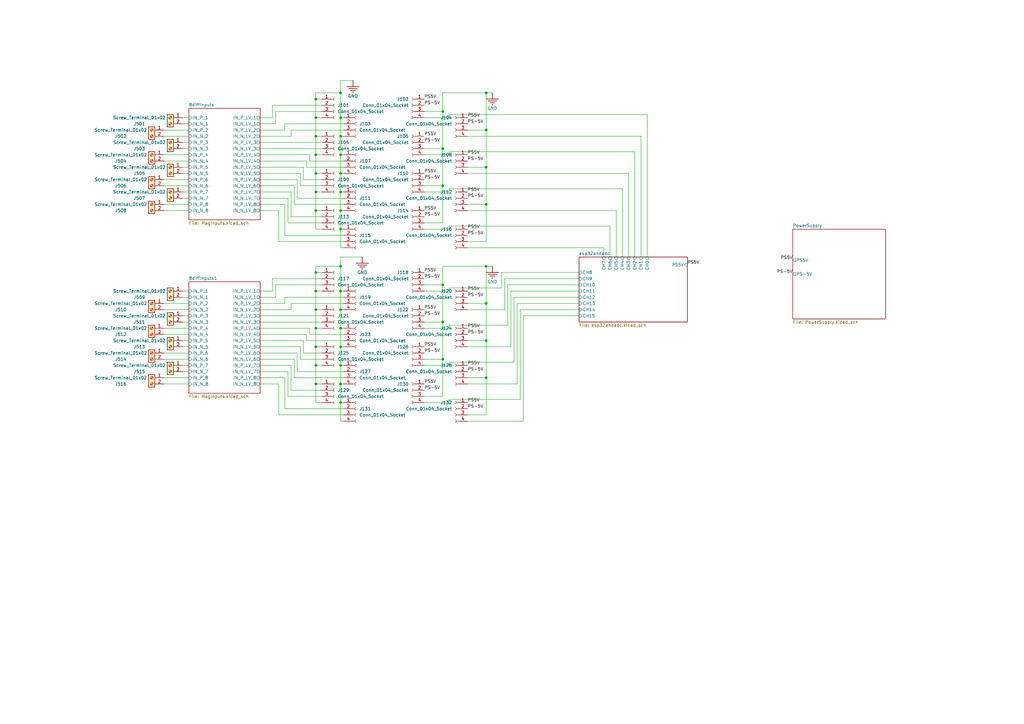
<source format=kicad_sch>
(kicad_sch (version 20231120) (generator "eeschema") (generator_version "8.0")
  (paper "A3")
  (lib_symbols
    (symbol "Connector:Conn_01x04_Socket" (pin_names (offset 1.016) hide)
      (property "Reference" "J" (at 0 5.08 0))
      (property "Value" "Conn_01x04_Socket" (at 0 -7.62 0))
      (symbol "Conn_01x04_Socket_1_1"
        (arc (start 0 -4.572) (mid -0.5058 -5.08) (end 0 -5.588) (stroke (width 0.1524)))
        (arc (start 0 -2.032) (mid -0.5058 -2.54) (end 0 -3.048) (stroke (width 0.1524)))
        (polyline (pts (xy -1.27 -5.08) (xy -0.508 -5.08)) (stroke (width 0.1524)))
        (polyline (pts (xy -1.27 -2.54) (xy -0.508 -2.54)) (stroke (width 0.1524)))
        (polyline (pts (xy -1.27 0) (xy -0.508 0)) (stroke (width 0.1524)))
        (polyline (pts (xy -1.27 2.54) (xy -0.508 2.54)) (stroke (width 0.1524)))
        (arc (start 0 0.508) (mid -0.5058 0) (end 0 -0.508) (stroke (width 0.1524)))
        (arc (start 0 3.048) (mid -0.5058 2.54) (end 0 2.032) (stroke (width 0.1524)))
        (pin passive line (at -5.08 2.54 0) (length 3.81) (name "Pin_1") (number "1"))
        (pin passive line (at -5.08 0 0) (length 3.81) (name "Pin_2") (number "2"))
        (pin passive line (at -5.08 -2.54 0) (length 3.81) (name "Pin_3") (number "3"))
        (pin passive line (at -5.08 -5.08 0) (length 3.81) (name "Pin_4") (number "4"))
      )
    )
    (symbol "Connector:Screw_Terminal_01x02" (pin_names (offset 1.016) hide)
      (property "Reference" "J" (at 0 2.54 0))
      (property "Value" "Screw_Terminal_01x02" (at 0 -5.08 0))
      (symbol "Screw_Terminal_01x02_1_1"
        (rectangle (start -1.27 1.27) (end 1.27 -3.81) (stroke (width 0.254)) (fill (type background)))
        (circle (center 0 -2.54) (radius 0.635) (stroke (width 0.1524)))
        (polyline (pts (xy -0.5334 -2.2098) (xy 0.3302 -3.048)) (stroke (width 0.1524)))
        (polyline (pts (xy -0.5334 0.3302) (xy 0.3302 -0.508)) (stroke (width 0.1524)))
        (polyline (pts (xy -0.3556 -2.032) (xy 0.508 -2.8702)) (stroke (width 0.1524)))
        (polyline (pts (xy -0.3556 0.508) (xy 0.508 -0.3302)) (stroke (width 0.1524)))
        (circle (center 0 0) (radius 0.635) (stroke (width 0.1524)))
        (pin passive line (at -5.08 0 0) (length 3.81) (name "Pin_1") (number "1"))
        (pin passive line (at -5.08 -2.54 0) (length 3.81) (name "Pin_2") (number "2"))
      )
    )
    (symbol "DifferentialProbe-altium-import:GND" (power)
      (property "Reference" "#PWR" (at 0 0 0))
      (property "Value" "GND" (at 0 6.35 0))
      (symbol "GND_0_0"
        (polyline (pts (xy -2.54 -2.54) (xy 2.54 -2.54)) (stroke (width 0.254)))
        (polyline (pts (xy -1.778 -3.302) (xy 1.778 -3.302)) (stroke (width 0.254)))
        (polyline (pts (xy -1.016 -4.064) (xy 1.016 -4.064)) (stroke (width 0.254)))
        (polyline (pts (xy -0.254 -4.826) (xy 0.254 -4.826)) (stroke (width 0.254)))
        (polyline (pts (xy 0 0) (xy 0 -2.54)) (stroke (width 0.254)))
        (pin power_in line (at 0 0 0) (length 0) hide (name "GND") (number ""))
      )
    )
  )
  (junction (at 181.61 60.96))
  (junction (at 129.54 78.74))
  (junction (at 129.54 71.12))
  (junction (at 139.7 38.1))
  (junction (at 199.39 68.58))
  (junction (at 129.54 111.76))
  (junction (at 181.61 132.08))
  (junction (at 139.7 48.26))
  (junction (at 129.54 63.5))
  (junction (at 139.7 86.36))
  (junction (at 139.7 93.98))
  (junction (at 199.39 124.46))
  (junction (at 139.7 134.62))
  (junction (at 199.39 139.7))
  (junction (at 139.7 157.48))
  (junction (at 129.54 119.38))
  (junction (at 199.39 83.82))
  (junction (at 129.54 86.36))
  (junction (at 139.7 149.86))
  (junction (at 139.7 71.12))
  (junction (at 199.39 38.1))
  (junction (at 129.54 55.88))
  (junction (at 139.7 127))
  (junction (at 199.39 154.94))
  (junction (at 129.54 48.26))
  (junction (at 199.39 53.34))
  (junction (at 129.54 157.48))
  (junction (at 181.61 45.72))
  (junction (at 129.54 40.64))
  (junction (at 139.7 142.24))
  (junction (at 199.39 109.22))
  (junction (at 139.7 109.22))
  (junction (at 139.7 165.1))
  (junction (at 139.7 119.38))
  (junction (at 129.54 134.62))
  (junction (at 129.54 127))
  (junction (at 139.7 63.5))
  (junction (at 139.7 55.88))
  (junction (at 139.7 78.74))
  (junction (at 129.54 142.24))
  (junction (at 181.61 76.2))
  (junction (at 181.61 116.84))
  (junction (at 181.61 147.32))
  (junction (at 129.54 149.86))
  (wire (pts (xy 132.08 93.98) (xy 129.54 93.98)))
  (wire (pts (xy 129.54 142.24) (xy 132.08 142.24)))
  (wire (pts (xy 191.77 83.82) (xy 199.39 83.82)))
  (wire (pts (xy 106.68 134.62) (xy 127 134.62)))
  (wire (pts (xy 237.49 114.3) (xy 207.01 114.3)))
  (wire (pts (xy 114.3 170.18) (xy 114.3 157.48)))
  (wire (pts (xy 116.84 96.52) (xy 140.97 96.52)))
  (wire (pts (xy 237.49 121.92) (xy 210.82 121.92)))
  (wire (pts (xy 181.61 116.84) (xy 181.61 109.22)))
  (wire (pts (xy 173.99 60.96) (xy 181.61 60.96)))
  (wire (pts (xy 106.68 48.26) (xy 111.76 48.26)))
  (wire (pts (xy 111.76 43.18) (xy 132.08 43.18)))
  (wire (pts (xy 129.54 119.38) (xy 132.08 119.38)))
  (wire (pts (xy 213.36 163.83) (xy 184.15 163.83)))
  (wire (pts (xy 265.43 46.99) (xy 184.15 46.99)))
  (wire (pts (xy 129.54 127) (xy 129.54 134.62)))
  (wire (pts (xy 191.77 124.46) (xy 199.39 124.46)))
  (wire (pts (xy 129.54 149.86) (xy 129.54 157.48)))
  (wire (pts (xy 123.19 76.2) (xy 123.19 71.12)))
  (wire (pts (xy 106.68 55.88) (xy 119.38 55.88)))
  (wire (pts (xy 116.84 83.82) (xy 116.84 96.52)))
  (wire (pts (xy 67.31 63.5) (xy 77.47 63.5)))
  (wire (pts (xy 74.93 149.86) (xy 77.47 149.86)))
  (wire (pts (xy 106.68 53.34) (xy 116.84 53.34)))
  (wire (pts (xy 139.7 142.24) (xy 139.7 149.86)))
  (wire (pts (xy 106.68 60.96) (xy 132.08 60.96)))
  (wire (pts (xy 129.54 157.48) (xy 132.08 157.48)))
  (wire (pts (xy 132.08 76.2) (xy 123.19 76.2)))
  (wire (pts (xy 139.7 127) (xy 139.7 134.62)))
  (wire (pts (xy 139.7 119.38) (xy 139.7 109.22)))
  (wire (pts (xy 74.93 152.4) (xy 77.47 152.4)))
  (wire (pts (xy 67.31 86.36) (xy 77.47 86.36)))
  (wire (pts (xy 184.15 165.1) (xy 173.99 165.1)))
  (wire (pts (xy 106.68 144.78) (xy 121.92 144.78)))
  (wire (pts (xy 139.7 105.41) (xy 139.7 109.22)))
  (wire (pts (xy 119.38 78.74) (xy 119.38 88.9)))
  (wire (pts (xy 132.08 165.1) (xy 129.54 165.1)))
  (wire (pts (xy 184.15 78.74) (xy 173.99 78.74)))
  (wire (pts (xy 184.15 148.59) (xy 184.15 149.86)))
  (wire (pts (xy 139.7 86.36) (xy 139.7 93.98)))
  (wire (pts (xy 119.38 88.9) (xy 132.08 88.9)))
  (wire (pts (xy 127 137.16) (xy 140.97 137.16)))
  (wire (pts (xy 209.55 142.24) (xy 191.77 142.24)))
  (wire (pts (xy 181.61 76.2) (xy 181.61 91.44)))
  (wire (pts (xy 139.7 93.98) (xy 139.7 101.6)))
  (wire (pts (xy 139.7 55.88) (xy 139.7 63.5)))
  (wire (pts (xy 67.31 55.88) (xy 77.47 55.88)))
  (wire (pts (xy 181.61 109.22) (xy 199.39 109.22)))
  (wire (pts (xy 139.7 134.62) (xy 139.7 142.24)))
  (wire (pts (xy 129.54 78.74) (xy 129.54 86.36)))
  (wire (pts (xy 125.73 139.7) (xy 125.73 137.16)))
  (wire (pts (xy 67.31 66.04) (xy 77.47 66.04)))
  (wire (pts (xy 129.54 48.26) (xy 129.54 55.88)))
  (wire (pts (xy 184.15 133.35) (xy 184.15 134.62)))
  (wire (pts (xy 252.73 105.41) (xy 252.73 86.36)))
  (wire (pts (xy 116.84 154.94) (xy 116.84 167.64)))
  (wire (pts (xy 139.7 33.02) (xy 144.78 33.02)))
  (wire (pts (xy 247.65 101.6) (xy 191.77 101.6)))
  (wire (pts (xy 116.84 167.64) (xy 140.97 167.64)))
  (wire (pts (xy 119.38 127) (xy 119.38 124.46)))
  (wire (pts (xy 129.54 78.74) (xy 132.08 78.74)))
  (wire (pts (xy 129.54 119.38) (xy 129.54 127)))
  (wire (pts (xy 129.54 86.36) (xy 132.08 86.36)))
  (wire (pts (xy 129.54 127) (xy 132.08 127)))
  (wire (pts (xy 116.84 124.46) (xy 116.84 121.92)))
  (wire (pts (xy 74.93 129.54) (xy 77.47 129.54)))
  (wire (pts (xy 139.7 149.86) (xy 140.97 149.86)))
  (wire (pts (xy 129.54 48.26) (xy 132.08 48.26)))
  (wire (pts (xy 67.31 83.82) (xy 77.47 83.82)))
  (wire (pts (xy 181.61 60.96) (xy 181.61 76.2)))
  (wire (pts (xy 116.84 53.34) (xy 116.84 50.8)))
  (wire (pts (xy 257.81 105.41) (xy 257.81 71.12)))
  (wire (pts (xy 139.7 165.1) (xy 140.97 165.1)))
  (wire (pts (xy 118.11 81.28) (xy 118.11 91.44)))
  (wire (pts (xy 124.46 73.66) (xy 132.08 73.66)))
  (wire (pts (xy 120.65 76.2) (xy 106.68 76.2)))
  (wire (pts (xy 67.31 53.34) (xy 77.47 53.34)))
  (wire (pts (xy 210.82 148.59) (xy 184.15 148.59)))
  (wire (pts (xy 250.19 105.41) (xy 250.19 92.71)))
  (wire (pts (xy 199.39 53.34) (xy 199.39 38.1)))
  (wire (pts (xy 260.35 62.23) (xy 184.15 62.23)))
  (wire (pts (xy 184.15 92.71) (xy 184.15 93.98)))
  (wire (pts (xy 129.54 111.76) (xy 129.54 109.22)))
  (wire (pts (xy 184.15 149.86) (xy 173.99 149.86)))
  (wire (pts (xy 191.77 99.06) (xy 199.39 99.06)))
  (wire (pts (xy 123.19 142.24) (xy 106.68 142.24)))
  (wire (pts (xy 106.68 83.82) (xy 116.84 83.82)))
  (wire (pts (xy 139.7 165.1) (xy 139.7 172.72)))
  (wire (pts (xy 237.49 124.46) (xy 212.09 124.46)))
  (wire (pts (xy 106.68 154.94) (xy 116.84 154.94)))
  (wire (pts (xy 199.39 170.18) (xy 199.39 154.94)))
  (wire (pts (xy 129.54 149.86) (xy 132.08 149.86)))
  (wire (pts (xy 120.65 147.32) (xy 106.68 147.32)))
  (wire (pts (xy 181.61 45.72) (xy 181.61 38.1)))
  (wire (pts (xy 106.68 73.66) (xy 121.92 73.66)))
  (wire (pts (xy 255.27 105.41) (xy 255.27 77.47)))
  (wire (pts (xy 67.31 127) (xy 77.47 127)))
  (wire (pts (xy 120.65 83.82) (xy 120.65 76.2)))
  (wire (pts (xy 106.68 124.46) (xy 116.84 124.46)))
  (wire (pts (xy 129.54 63.5) (xy 132.08 63.5)))
  (wire (pts (xy 208.28 133.35) (xy 184.15 133.35)))
  (wire (pts (xy 181.61 60.96) (xy 181.61 45.72)))
  (wire (pts (xy 121.92 81.28) (xy 140.97 81.28)))
  (wire (pts (xy 127 63.5) (xy 127 66.04)))
  (wire (pts (xy 116.84 50.8) (xy 140.97 50.8)))
  (wire (pts (xy 191.77 154.94) (xy 199.39 154.94)))
  (wire (pts (xy 139.7 78.74) (xy 139.7 86.36)))
  (wire (pts (xy 119.38 149.86) (xy 119.38 160.02)))
  (wire (pts (xy 125.73 137.16) (xy 106.68 137.16)))
  (wire (pts (xy 119.38 160.02) (xy 132.08 160.02)))
  (wire (pts (xy 199.39 139.7) (xy 199.39 124.46)))
  (wire (pts (xy 129.54 157.48) (xy 129.54 165.1)))
  (wire (pts (xy 129.54 55.88) (xy 129.54 63.5)))
  (wire (pts (xy 106.68 139.7) (xy 124.46 139.7)))
  (wire (pts (xy 121.92 73.66) (xy 121.92 81.28)))
  (wire (pts (xy 205.74 118.11) (xy 184.15 118.11)))
  (wire (pts (xy 119.38 53.34) (xy 140.97 53.34)))
  (wire (pts (xy 173.99 132.08) (xy 181.61 132.08)))
  (wire (pts (xy 208.28 116.84) (xy 208.28 133.35)))
  (wire (pts (xy 140.97 154.94) (xy 120.65 154.94)))
  (wire (pts (xy 199.39 154.94) (xy 199.39 139.7)))
  (wire (pts (xy 129.54 86.36) (xy 129.54 93.98)))
  (wire (pts (xy 213.36 127) (xy 213.36 163.83)))
  (wire (pts (xy 67.31 124.46) (xy 77.47 124.46)))
  (wire (pts (xy 74.93 119.38) (xy 77.47 119.38)))
  (wire (pts (xy 67.31 147.32) (xy 77.47 147.32)))
  (wire (pts (xy 106.68 149.86) (xy 119.38 149.86)))
  (wire (pts (xy 127 66.04) (xy 140.97 66.04)))
  (wire (pts (xy 184.15 163.83) (xy 184.15 165.1)))
  (wire (pts (xy 114.3 86.36) (xy 106.68 86.36)))
  (wire (pts (xy 139.7 63.5) (xy 139.7 71.12)))
  (wire (pts (xy 184.15 46.99) (xy 184.15 48.26)))
  (wire (pts (xy 129.54 63.5) (xy 129.54 71.12)))
  (wire (pts (xy 106.68 68.58) (xy 124.46 68.58)))
  (wire (pts (xy 113.03 45.72) (xy 113.03 50.8)))
  (wire (pts (xy 181.61 147.32) (xy 181.61 162.56)))
  (wire (pts (xy 212.09 124.46) (xy 212.09 157.48)))
  (wire (pts (xy 74.93 60.96) (xy 77.47 60.96)))
  (wire (pts (xy 191.77 170.18) (xy 199.39 170.18)))
  (wire (pts (xy 250.19 92.71) (xy 184.15 92.71)))
  (wire (pts (xy 74.93 68.58) (xy 77.47 68.58)))
  (wire (pts (xy 67.31 144.78) (xy 77.47 144.78)))
  (wire (pts (xy 139.7 119.38) (xy 139.7 127)))
  (wire (pts (xy 173.99 147.32) (xy 181.61 147.32)))
  (wire (pts (xy 106.68 58.42) (xy 132.08 58.42)))
  (wire (pts (xy 139.7 101.6) (xy 140.97 101.6)))
  (wire (pts (xy 106.68 78.74) (xy 119.38 78.74)))
  (wire (pts (xy 139.7 105.41) (xy 148.59 105.41)))
  (wire (pts (xy 139.7 142.24) (xy 140.97 142.24)))
  (wire (pts (xy 181.61 132.08) (xy 181.61 147.32)))
  (wire (pts (xy 129.54 38.1) (xy 139.7 38.1)))
  (wire (pts (xy 127 134.62) (xy 127 137.16)))
  (wire (pts (xy 67.31 134.62) (xy 77.47 134.62)))
  (wire (pts (xy 173.99 76.2) (xy 181.61 76.2)))
  (wire (pts (xy 67.31 76.2) (xy 77.47 76.2)))
  (wire (pts (xy 118.11 152.4) (xy 118.11 162.56)))
  (wire (pts (xy 111.76 114.3) (xy 132.08 114.3)))
  (wire (pts (xy 139.7 63.5) (xy 140.97 63.5)))
  (wire (pts (xy 252.73 86.36) (xy 191.77 86.36)))
  (wire (pts (xy 139.7 93.98) (xy 140.97 93.98)))
  (wire (pts (xy 129.54 109.22) (xy 139.7 109.22)))
  (wire (pts (xy 262.89 55.88) (xy 191.77 55.88)))
  (wire (pts (xy 205.74 111.76) (xy 205.74 118.11)))
  (wire (pts (xy 74.93 142.24) (xy 77.47 142.24)))
  (wire (pts (xy 111.76 119.38) (xy 111.76 114.3)))
  (wire (pts (xy 114.3 99.06) (xy 114.3 86.36)))
  (wire (pts (xy 74.93 139.7) (xy 77.47 139.7)))
  (wire (pts (xy 129.54 71.12) (xy 132.08 71.12)))
  (wire (pts (xy 74.93 71.12) (xy 77.47 71.12)))
  (wire (pts (xy 139.7 33.02) (xy 139.7 38.1)))
  (wire (pts (xy 181.61 38.1) (xy 199.39 38.1)))
  (wire (pts (xy 121.92 144.78) (xy 121.92 152.4)))
  (wire (pts (xy 125.73 68.58) (xy 125.73 66.04)))
  (wire (pts (xy 209.55 119.38) (xy 209.55 142.24)))
  (wire (pts (xy 140.97 68.58) (xy 125.73 68.58)))
  (wire (pts (xy 106.68 132.08) (xy 132.08 132.08)))
  (wire (pts (xy 140.97 119.38) (xy 139.7 119.38)))
  (wire (pts (xy 129.54 55.88) (xy 132.08 55.88)))
  (wire (pts (xy 124.46 139.7) (xy 124.46 144.78)))
  (wire (pts (xy 214.63 129.54) (xy 214.63 172.72)))
  (wire (pts (xy 139.7 78.74) (xy 140.97 78.74)))
  (wire (pts (xy 199.39 99.06) (xy 199.39 83.82)))
  (wire (pts (xy 118.11 91.44) (xy 132.08 91.44)))
  (wire (pts (xy 257.81 71.12) (xy 191.77 71.12)))
  (wire (pts (xy 260.35 105.41) (xy 260.35 62.23)))
  (wire (pts (xy 129.54 134.62) (xy 132.08 134.62)))
  (wire (pts (xy 129.54 40.64) (xy 132.08 40.64)))
  (wire (pts (xy 139.7 86.36) (xy 140.97 86.36)))
  (wire (pts (xy 140.97 99.06) (xy 114.3 99.06)))
  (wire (pts (xy 140.97 170.18) (xy 114.3 170.18)))
  (wire (pts (xy 132.08 116.84) (xy 113.03 116.84)))
  (wire (pts (xy 210.82 121.92) (xy 210.82 148.59)))
  (wire (pts (xy 237.49 129.54) (xy 214.63 129.54)))
  (wire (pts (xy 74.93 58.42) (xy 77.47 58.42)))
  (wire (pts (xy 74.93 48.26) (xy 77.47 48.26)))
  (wire (pts (xy 199.39 83.82) (xy 199.39 68.58)))
  (wire (pts (xy 173.99 162.56) (xy 181.61 162.56)))
  (wire (pts (xy 184.15 118.11) (xy 184.15 119.38)))
  (wire (pts (xy 119.38 124.46) (xy 140.97 124.46)))
  (wire (pts (xy 129.54 40.64) (xy 129.54 38.1)))
  (wire (pts (xy 118.11 162.56) (xy 132.08 162.56)))
  (wire (pts (xy 237.49 111.76) (xy 205.74 111.76)))
  (wire (pts (xy 67.31 154.94) (xy 77.47 154.94)))
  (wire (pts (xy 139.7 71.12) (xy 140.97 71.12)))
  (wire (pts (xy 123.19 147.32) (xy 123.19 142.24)))
  (wire (pts (xy 139.7 157.48) (xy 140.97 157.48)))
  (wire (pts (xy 184.15 77.47) (xy 184.15 78.74)))
  (wire (pts (xy 121.92 152.4) (xy 140.97 152.4)))
  (wire (pts (xy 132.08 147.32) (xy 123.19 147.32)))
  (wire (pts (xy 140.97 127) (xy 139.7 127)))
  (wire (pts (xy 119.38 55.88) (xy 119.38 53.34)))
  (wire (pts (xy 124.46 144.78) (xy 132.08 144.78)))
  (wire (pts (xy 129.54 48.26) (xy 129.54 40.64)))
  (wire (pts (xy 139.7 71.12) (xy 139.7 78.74)))
  (wire (pts (xy 74.93 50.8) (xy 77.47 50.8)))
  (wire (pts (xy 106.68 119.38) (xy 111.76 119.38)))
  (wire (pts (xy 132.08 45.72) (xy 113.03 45.72)))
  (wire (pts (xy 212.09 157.48) (xy 191.77 157.48)))
  (wire (pts (xy 139.7 134.62) (xy 140.97 134.62)))
  (wire (pts (xy 140.97 139.7) (xy 125.73 139.7)))
  (wire (pts (xy 139.7 48.26) (xy 139.7 38.1)))
  (wire (pts (xy 191.77 53.34) (xy 199.39 53.34)))
  (wire (pts (xy 199.39 109.22) (xy 201.93 109.22)))
  (wire (pts (xy 111.76 48.26) (xy 111.76 43.18)))
  (wire (pts (xy 74.93 78.74) (xy 77.47 78.74)))
  (wire (pts (xy 113.03 121.92) (xy 106.68 121.92)))
  (wire (pts (xy 199.39 68.58) (xy 199.39 53.34)))
  (wire (pts (xy 129.54 71.12) (xy 129.54 78.74)))
  (wire (pts (xy 247.65 105.41) (xy 247.65 101.6)))
  (wire (pts (xy 184.15 93.98) (xy 173.99 93.98)))
  (wire (pts (xy 124.46 68.58) (xy 124.46 73.66)))
  (wire (pts (xy 129.54 111.76) (xy 132.08 111.76)))
  (wire (pts (xy 74.93 121.92) (xy 77.47 121.92)))
  (wire (pts (xy 207.01 114.3) (xy 207.01 127)))
  (wire (pts (xy 106.68 152.4) (xy 118.11 152.4)))
  (wire (pts (xy 139.7 172.72) (xy 140.97 172.72)))
  (wire (pts (xy 123.19 71.12) (xy 106.68 71.12)))
  (wire (pts (xy 120.65 154.94) (xy 120.65 147.32)))
  (wire (pts (xy 129.54 134.62) (xy 129.54 142.24)))
  (wire (pts (xy 184.15 48.26) (xy 173.99 48.26)))
  (wire (pts (xy 237.49 127) (xy 213.36 127)))
  (wire (pts (xy 74.93 132.08) (xy 77.47 132.08)))
  (wire (pts (xy 67.31 137.16) (xy 77.47 137.16)))
  (wire (pts (xy 181.61 132.08) (xy 181.61 116.84)))
  (wire (pts (xy 140.97 83.82) (xy 120.65 83.82)))
  (wire (pts (xy 173.99 91.44) (xy 181.61 91.44)))
  (wire (pts (xy 237.49 116.84) (xy 208.28 116.84)))
  (wire (pts (xy 191.77 68.58) (xy 199.39 68.58)))
  (wire (pts (xy 129.54 119.38) (xy 129.54 111.76)))
  (wire (pts (xy 106.68 81.28) (xy 118.11 81.28)))
  (wire (pts (xy 255.27 77.47) (xy 184.15 77.47)))
  (wire (pts (xy 67.31 73.66) (xy 77.47 73.66)))
  (wire (pts (xy 139.7 149.86) (xy 139.7 157.48)))
  (wire (pts (xy 173.99 116.84) (xy 181.61 116.84)))
  (wire (pts (xy 114.3 157.48) (xy 106.68 157.48)))
  (wire (pts (xy 140.97 48.26) (xy 139.7 48.26)))
  (wire (pts (xy 113.03 50.8) (xy 106.68 50.8)))
  (wire (pts (xy 106.68 63.5) (xy 127 63.5)))
  (wire (pts (xy 191.77 139.7) (xy 199.39 139.7)))
  (wire (pts (xy 140.97 55.88) (xy 139.7 55.88)))
  (wire (pts (xy 199.39 38.1) (xy 201.93 38.1)))
  (wire (pts (xy 113.03 116.84) (xy 113.03 121.92)))
  (wire (pts (xy 184.15 62.23) (xy 184.15 63.5)))
  (wire (pts (xy 74.93 81.28) (xy 77.47 81.28)))
  (wire (pts (xy 262.89 105.41) (xy 262.89 55.88)))
  (wire (pts (xy 199.39 124.46) (xy 199.39 109.22)))
  (wire (pts (xy 173.99 45.72) (xy 181.61 45.72)))
  (wire (pts (xy 237.49 119.38) (xy 209.55 119.38)))
  (wire (pts (xy 67.31 157.48) (xy 77.47 157.48)))
  (wire (pts (xy 139.7 157.48) (xy 139.7 165.1)))
  (wire (pts (xy 184.15 63.5) (xy 173.99 63.5)))
  (wire (pts (xy 116.84 121.92) (xy 140.97 121.92)))
  (wire (pts (xy 184.15 134.62) (xy 173.99 134.62)))
  (wire (pts (xy 184.15 119.38) (xy 173.99 119.38)))
  (wire (pts (xy 106.68 127) (xy 119.38 127)))
  (wire (pts (xy 139.7 48.26) (xy 139.7 55.88)))
  (wire (pts (xy 207.01 127) (xy 191.77 127)))
  (wire (pts (xy 214.63 172.72) (xy 191.77 172.72)))
  (wire (pts (xy 129.54 142.24) (xy 129.54 149.86)))
  (wire (pts (xy 106.68 129.54) (xy 132.08 129.54)))
  (wire (pts (xy 125.73 66.04) (xy 106.68 66.04)))
  (wire (pts (xy 265.43 105.41) (xy 265.43 46.99)))
  (label "PS-5V" (at 191.77 66.04 0))
  (label "PS-5V" (at 173.99 160.02 0))
  (label "PS-5V" (at 173.99 73.66 0))
  (label "PS-5V" (at 191.77 121.92 0))
  (label "PS5V" (at 173.99 40.64 0))
  (label "PS5V" (at 191.77 93.98 0))
  (label "PS5V" (at 173.99 71.12 0))
  (label "PS-5V" (at 173.99 114.3 0))
  (label "PS-5V" (at 191.77 152.4 0))
  (label "PS-5V" (at 173.99 144.78 0))
  (label "PS-5V" (at 173.99 129.54 0))
  (label "PS-5V" (at 191.77 137.16 0))
  (label "PS5V" (at 173.99 127 0))
  (label "PS5V" (at 191.77 119.38 0))
  (label "PS5V" (at 173.99 142.24 0))
  (label "PS-5V" (at 325.12 112.395 180))
  (label "PS-5V" (at 173.99 43.18 0))
  (label "PS-5V" (at 173.99 58.42 0))
  (label "PS5V" (at 191.77 165.1 0))
  (label "PS5V" (at 191.77 78.74 0))
  (label "PS5V" (at 191.77 48.26 0))
  (label "PS-5V" (at 191.77 96.52 0))
  (label "PS5V" (at 173.99 55.88 0))
  (label "PS5V" (at 173.99 86.36 0))
  (label "PS5V" (at 325.12 106.68 180))
  (label "PS5V" (at 191.77 63.5 0))
  (label "PS5V" (at 191.77 149.86 0))
  (label "PS5V" (at 281.94 108.585 0))
  (label "PS-5V" (at 191.77 167.64 0))
  (label "PS5V" (at 173.99 157.48 0))
  (label "PS5V" (at 191.77 134.62 0))
  (label "PS-5V" (at 191.77 50.8 0))
  (label "PS-5V" (at 173.99 88.9 0))
  (label "PS5V" (at 173.99 111.76 0))
  (label "PS-5V" (at 191.77 81.28 0))
  (symbol (lib_id "Connector:Conn_01x04_Socket") (at 137.16 144.78 0) (unit 1)
    (property "Reference" "J125" (at 138.43 144.78 0) (effects (justify left)))
    (property "Value" "Conn_01x04_Socket" (at 138.43 147.32 0) (effects (justify left)))
    (property "Footprint" "Connector_PinHeader_2.54mm:PinHeader_1x04_P2.54mm_Vertical" (effects (hide yes)))
  )
  (symbol (lib_id "Connector:Conn_01x04_Socket") (at 146.05 167.64 0) (unit 1)
    (property "Reference" "J131" (at 147.32 167.64 0) (effects (justify left)))
    (property "Value" "Conn_01x04_Socket" (at 147.32 170.18 0) (effects (justify left)))
    (property "Footprint" "Connector_PinHeader_2.54mm:PinHeader_1x04_P2.54mm_Vertical" (effects (hide yes)))
  )
  (symbol (lib_id "Connector:Conn_01x04_Socket") (at 168.91 114.3 0) (mirror y) (unit 1)
    (property "Reference" "J118" (at 167.64 111.76 0) (effects (justify left)))
    (property "Value" "Conn_01x04_Socket" (at 167.64 114.3 0) (effects (justify left)))
    (property "Footprint" "Connector_PinHeader_2.54mm:PinHeader_1x04_P2.54mm_Vertical" (effects (hide yes)))
  )
  (symbol (lib_id "Connector:Conn_01x04_Socket") (at 146.05 137.16 0) (unit 1)
    (property "Reference" "J123" (at 147.32 137.16 0) (effects (justify left)))
    (property "Value" "Conn_01x04_Socket" (at 147.32 139.7 0) (effects (justify left)))
    (property "Footprint" "Connector_PinHeader_2.54mm:PinHeader_1x04_P2.54mm_Vertical" (effects (hide yes)))
  )
  (symbol (lib_id "Connector:Screw_Terminal_01x02") (at 69.85 68.58 0) (mirror y) (unit 1)
    (property "Reference" "J505" (at 57.15 71.12 0))
    (property "Value" "Screw_Terminal_01x02" (at 57.15 68.58 0))
    (property "Footprint" "Connector_Phoenix_GMSTB:PhoenixContact_GMSTBA_2,5_2-G-7,62_1x02_P7.62mm_Horizontal" (effects (hide yes)))
  )
  (symbol (lib_id "Connector:Conn_01x04_Socket") (at 186.69 66.04 0) (mirror y) (unit 1)
    (property "Reference" "J108" (at 185.42 63.5 0) (effects (justify left)))
    (property "Value" "Conn_01x04_Socket" (at 185.42 66.04 0) (effects (justify left)))
    (property "Footprint" "Connector_PinHeader_2.54mm:PinHeader_1x04_P2.54mm_Vertical" (effects (hide yes)))
  )
  (symbol (lib_id "Connector:Conn_01x04_Socket") (at 168.91 58.42 0) (mirror y) (unit 1)
    (property "Reference" "J106" (at 167.64 55.88 0) (effects (justify left)))
    (property "Value" "Conn_01x04_Socket" (at 167.64 58.42 0) (effects (justify left)))
    (property "Footprint" "Connector_PinHeader_2.54mm:PinHeader_1x04_P2.54mm_Vertical" (effects (hide yes)))
  )
  (symbol (lib_id "Connector:Screw_Terminal_01x02") (at 69.85 149.86 0) (mirror y) (unit 1)
    (property "Reference" "J515" (at 57.15 152.4 0))
    (property "Value" "Screw_Terminal_01x02" (at 57.15 149.86 0))
    (property "Footprint" "Connector_Phoenix_GMSTB:PhoenixContact_GMSTBA_2,5_2-G-7,62_1x02_P7.62mm_Horizontal" (effects (hide yes)))
  )
  (symbol (lib_id "Connector:Screw_Terminal_01x02") (at 62.23 83.82 0) (mirror y) (unit 1)
    (property "Reference" "J508" (at 49.53 86.36 0))
    (property "Value" "Screw_Terminal_01x02" (at 49.53 83.82 0))
    (property "Footprint" "Connector_Phoenix_GMSTB:PhoenixContact_GMSTBA_2,5_2-G-7,62_1x02_P7.62mm_Horizontal" (effects (hide yes)))
  )
  (symbol (lib_id "Connector:Conn_01x04_Socket") (at 186.69 96.52 0) (mirror y) (unit 1)
    (property "Reference" "J116" (at 185.42 93.98 0) (effects (justify left)))
    (property "Value" "Conn_01x04_Socket" (at 185.42 96.52 0) (effects (justify left)))
    (property "Footprint" "Connector_PinHeader_2.54mm:PinHeader_1x04_P2.54mm_Vertical" (effects (hide yes)))
  )
  (symbol (lib_id "Connector:Conn_01x04_Socket") (at 146.05 50.8 0) (unit 1)
    (property "Reference" "J103" (at 147.32 50.8 0) (effects (justify left)))
    (property "Value" "Conn_01x04_Socket" (at 147.32 53.34 0) (effects (justify left)))
    (property "Footprint" "Connector_PinHeader_2.54mm:PinHeader_1x04_P2.54mm_Vertical" (effects (hide yes)))
  )
  (symbol (lib_id "Connector:Conn_01x04_Socket") (at 168.91 160.02 0) (mirror y) (unit 1)
    (property "Reference" "J130" (at 167.64 157.48 0) (effects (justify left)))
    (property "Value" "Conn_01x04_Socket" (at 167.64 160.02 0) (effects (justify left)))
    (property "Footprint" "Connector_PinHeader_2.54mm:PinHeader_1x04_P2.54mm_Vertical" (effects (hide yes)))
  )
  (symbol (lib_id "DifferentialProbe-altium-import:GND") (at 201.93 38.1 0) (unit 1)
    (property "Reference" "#PWR038" (effects (hide yes)))
    (property "Value" "GND" (at 201.93 44.45 0))
  )
  (symbol (lib_id "Connector:Screw_Terminal_01x02") (at 69.85 119.38 0) (mirror y) (unit 1)
    (property "Reference" "J509" (at 57.15 121.92 0))
    (property "Value" "Screw_Terminal_01x02" (at 57.15 119.38 0))
    (property "Footprint" "Connector_Phoenix_GMSTB:PhoenixContact_GMSTBA_2,5_2-G-7,62_1x02_P7.62mm_Horizontal" (effects (hide yes)))
  )
  (symbol (lib_id "Connector:Screw_Terminal_01x02") (at 62.23 63.5 0) (mirror y) (unit 1)
    (property "Reference" "J504" (at 49.53 66.04 0))
    (property "Value" "Screw_Terminal_01x02" (at 49.53 63.5 0))
    (property "Footprint" "Connector_Phoenix_GMSTB:PhoenixContact_GMSTBA_2,5_2-G-7,62_1x02_P7.62mm_Horizontal" (effects (hide yes)))
  )
  (symbol (lib_id "Connector:Conn_01x04_Socket") (at 186.69 167.64 0) (mirror y) (unit 1)
    (property "Reference" "J132" (at 185.42 165.1 0) (effects (justify left)))
    (property "Value" "Conn_01x04_Socket" (at 185.42 167.64 0) (effects (justify left)))
    (property "Footprint" "Connector_PinHeader_2.54mm:PinHeader_1x04_P2.54mm_Vertical" (effects (hide yes)))
  )
  (symbol (lib_id "Connector:Screw_Terminal_01x02") (at 62.23 124.46 0) (mirror y) (unit 1)
    (property "Reference" "J510" (at 49.53 127 0))
    (property "Value" "Screw_Terminal_01x02" (at 49.53 124.46 0))
    (property "Footprint" "Connector_Phoenix_GMSTB:PhoenixContact_GMSTBA_2,5_2-G-7,62_1x02_P7.62mm_Horizontal" (effects (hide yes)))
  )
  (symbol (lib_id "Connector:Conn_01x04_Socket") (at 137.16 88.9 0) (unit 1)
    (property "Reference" "J113" (at 138.43 88.9 0) (effects (justify left)))
    (property "Value" "Conn_01x04_Socket" (at 138.43 91.44 0) (effects (justify left)))
    (property "Footprint" "Connector_PinHeader_2.54mm:PinHeader_1x04_P2.54mm_Vertical" (effects (hide yes)))
  )
  (symbol (lib_id "Connector:Conn_01x04_Socket") (at 168.91 144.78 0) (mirror y) (unit 1)
    (property "Reference" "J126" (at 167.64 142.24 0) (effects (justify left)))
    (property "Value" "Conn_01x04_Socket" (at 167.64 144.78 0) (effects (justify left)))
    (property "Footprint" "Connector_PinHeader_2.54mm:PinHeader_1x04_P2.54mm_Vertical" (effects (hide yes)))
  )
  (symbol (lib_id "Connector:Conn_01x04_Socket") (at 146.05 81.28 0) (unit 1)
    (property "Reference" "J111" (at 147.32 81.28 0) (effects (justify left)))
    (property "Value" "Conn_01x04_Socket" (at 147.32 83.82 0) (effects (justify left)))
    (property "Footprint" "Connector_PinHeader_2.54mm:PinHeader_1x04_P2.54mm_Vertical" (effects (hide yes)))
  )
  (symbol (lib_id "Connector:Conn_01x04_Socket") (at 146.05 66.04 0) (unit 1)
    (property "Reference" "J107" (at 147.32 66.04 0) (effects (justify left)))
    (property "Value" "Conn_01x04_Socket" (at 147.32 68.58 0) (effects (justify left)))
    (property "Footprint" "Connector_PinHeader_2.54mm:PinHeader_1x04_P2.54mm_Vertical" (effects (hide yes)))
  )
  (symbol (lib_id "Connector:Conn_01x04_Socket") (at 146.05 152.4 0) (unit 1)
    (property "Reference" "J127" (at 147.32 152.4 0) (effects (justify left)))
    (property "Value" "Conn_01x04_Socket" (at 147.32 154.94 0) (effects (justify left)))
    (property "Footprint" "Connector_PinHeader_2.54mm:PinHeader_1x04_P2.54mm_Vertical" (effects (hide yes)))
  )
  (symbol (lib_id "Connector:Screw_Terminal_01x02") (at 69.85 78.74 0) (mirror y) (unit 1)
    (property "Reference" "J507" (at 57.15 81.28 0))
    (property "Value" "Screw_Terminal_01x02" (at 57.15 78.74 0))
    (property "Footprint" "Connector_Phoenix_GMSTB:PhoenixContact_GMSTBA_2,5_2-G-7,62_1x02_P7.62mm_Horizontal" (effects (hide yes)))
  )
  (symbol (lib_id "DifferentialProbe-altium-import:GND") (at 201.93 109.22 0) (unit 1)
    (property "Reference" "#PWR040" (effects (hide yes)))
    (property "Value" "GND" (at 201.93 115.57 0))
  )
  (symbol (lib_id "Connector:Screw_Terminal_01x02") (at 62.23 73.66 0) (mirror y) (unit 1)
    (property "Reference" "J506" (at 49.53 76.2 0))
    (property "Value" "Screw_Terminal_01x02" (at 49.53 73.66 0))
    (property "Footprint" "Connector_Phoenix_GMSTB:PhoenixContact_GMSTBA_2,5_2-G-7,62_1x02_P7.62mm_Horizontal" (effects (hide yes)))
  )
  (symbol (lib_id "Connector:Conn_01x04_Socket") (at 186.69 137.16 0) (mirror y) (unit 1)
    (property "Reference" "J124" (at 185.42 134.62 0) (effects (justify left)))
    (property "Value" "Conn_01x04_Socket" (at 185.42 137.16 0) (effects (justify left)))
    (property "Footprint" "Connector_PinHeader_2.54mm:PinHeader_1x04_P2.54mm_Vertical" (effects (hide yes)))
  )
  (symbol (lib_id "Connector:Conn_01x04_Socket") (at 168.91 129.54 0) (mirror y) (unit 1)
    (property "Reference" "J122" (at 167.64 127 0) (effects (justify left)))
    (property "Value" "Conn_01x04_Socket" (at 167.64 129.54 0) (effects (justify left)))
    (property "Footprint" "Connector_PinHeader_2.54mm:PinHeader_1x04_P2.54mm_Vertical" (effects (hide yes)))
  )
  (symbol (lib_id "Connector:Screw_Terminal_01x02") (at 62.23 144.78 0) (mirror y) (unit 1)
    (property "Reference" "J514" (at 49.53 147.32 0))
    (property "Value" "Screw_Terminal_01x02" (at 49.53 144.78 0))
    (property "Footprint" "Connector_Phoenix_GMSTB:PhoenixContact_GMSTBA_2,5_2-G-7,62_1x02_P7.62mm_Horizontal" (effects (hide yes)))
  )
  (symbol (lib_id "Connector:Conn_01x04_Socket") (at 137.16 43.18 0) (unit 1)
    (property "Reference" "J101" (at 138.43 43.18 0) (effects (justify left)))
    (property "Value" "Conn_01x04_Socket" (at 138.43 45.72 0) (effects (justify left)))
    (property "Footprint" "Connector_PinHeader_2.54mm:PinHeader_1x04_P2.54mm_Vertical" (effects (hide yes)))
  )
  (symbol (lib_id "Connector:Conn_01x04_Socket") (at 137.16 58.42 0) (unit 1)
    (property "Reference" "J105" (at 138.43 58.42 0) (effects (justify left)))
    (property "Value" "Conn_01x04_Socket" (at 138.43 60.96 0) (effects (justify left)))
    (property "Footprint" "Connector_PinHeader_2.54mm:PinHeader_1x04_P2.54mm_Vertical" (effects (hide yes)))
  )
  (symbol (lib_id "Connector:Conn_01x04_Socket") (at 137.16 73.66 0) (unit 1)
    (property "Reference" "J109" (at 138.43 73.66 0) (effects (justify left)))
    (property "Value" "Conn_01x04_Socket" (at 138.43 76.2 0) (effects (justify left)))
    (property "Footprint" "Connector_PinHeader_2.54mm:PinHeader_1x04_P2.54mm_Vertical" (effects (hide yes)))
  )
  (symbol (lib_id "Connector:Conn_01x04_Socket") (at 168.91 88.9 0) (mirror y) (unit 1)
    (property "Reference" "J114" (at 167.64 86.36 0) (effects (justify left)))
    (property "Value" "Conn_01x04_Socket" (at 167.64 88.9 0) (effects (justify left)))
    (property "Footprint" "Connector_PinHeader_2.54mm:PinHeader_1x04_P2.54mm_Vertical" (effects (hide yes)))
  )
  (symbol (lib_id "DifferentialProbe-altium-import:GND") (at 144.78 33.02 0) (unit 1)
    (property "Reference" "#PWR037" (effects (hide yes)))
    (property "Value" "GND" (at 144.78 39.37 0))
  )
  (symbol (lib_id "Connector:Conn_01x04_Socket") (at 186.69 50.8 0) (mirror y) (unit 1)
    (property "Reference" "J104" (at 185.42 48.26 0) (effects (justify left)))
    (property "Value" "Conn_01x04_Socket" (at 185.42 50.8 0) (effects (justify left)))
    (property "Footprint" "Connector_PinHeader_2.54mm:PinHeader_1x04_P2.54mm_Vertical" (effects (hide yes)))
  )
  (symbol (lib_id "Connector:Conn_01x04_Socket") (at 137.16 129.54 0) (unit 1)
    (property "Reference" "J121" (at 138.43 129.54 0) (effects (justify left)))
    (property "Value" "Conn_01x04_Socket" (at 138.43 132.08 0) (effects (justify left)))
    (property "Footprint" "Connector_PinHeader_2.54mm:PinHeader_1x04_P2.54mm_Vertical" (effects (hide yes)))
  )
  (symbol (lib_id "DifferentialProbe-altium-import:GND") (at 148.59 105.41 0) (unit 1)
    (property "Reference" "#PWR039" (effects (hide yes)))
    (property "Value" "GND" (at 148.59 111.76 0))
  )
  (symbol (lib_id "Connector:Conn_01x04_Socket") (at 186.69 121.92 0) (mirror y) (unit 1)
    (property "Reference" "J120" (at 185.42 119.38 0) (effects (justify left)))
    (property "Value" "Conn_01x04_Socket" (at 185.42 121.92 0) (effects (justify left)))
    (property "Footprint" "Connector_PinHeader_2.54mm:PinHeader_1x04_P2.54mm_Vertical" (effects (hide yes)))
  )
  (symbol (lib_id "Connector:Conn_01x04_Socket") (at 137.16 160.02 0) (unit 1)
    (property "Reference" "J129" (at 138.43 160.02 0) (effects (justify left)))
    (property "Value" "Conn_01x04_Socket" (at 138.43 162.56 0) (effects (justify left)))
    (property "Footprint" "Connector_PinHeader_2.54mm:PinHeader_1x04_P2.54mm_Vertical" (effects (hide yes)))
  )
  (symbol (lib_id "Connector:Conn_01x04_Socket") (at 168.91 43.18 0) (mirror y) (unit 1)
    (property "Reference" "J102" (at 167.64 40.64 0) (effects (justify left)))
    (property "Value" "Conn_01x04_Socket" (at 167.64 43.18 0) (effects (justify left)))
    (property "Footprint" "Connector_PinHeader_2.54mm:PinHeader_1x04_P2.54mm_Vertical" (effects (hide yes)))
  )
  (symbol (lib_id "Connector:Conn_01x04_Socket") (at 137.16 114.3 0) (unit 1)
    (property "Reference" "J117" (at 138.43 114.3 0) (effects (justify left)))
    (property "Value" "Conn_01x04_Socket" (at 138.43 116.84 0) (effects (justify left)))
    (property "Footprint" "Connector_PinHeader_2.54mm:PinHeader_1x04_P2.54mm_Vertical" (effects (hide yes)))
  )
  (symbol (lib_id "Connector:Screw_Terminal_01x02") (at 69.85 58.42 0) (mirror y) (unit 1)
    (property "Reference" "J503" (at 57.15 60.96 0))
    (property "Value" "Screw_Terminal_01x02" (at 57.15 58.42 0))
    (property "Footprint" "Connector_Phoenix_GMSTB:PhoenixContact_GMSTBA_2,5_2-G-7,62_1x02_P7.62mm_Horizontal" (effects (hide yes)))
  )
  (symbol (lib_id "Connector:Conn_01x04_Socket") (at 168.91 73.66 0) (mirror y) (unit 1)
    (property "Reference" "J110" (at 167.64 71.12 0) (effects (justify left)))
    (property "Value" "Conn_01x04_Socket" (at 167.64 73.66 0) (effects (justify left)))
    (property "Footprint" "Connector_PinHeader_2.54mm:PinHeader_1x04_P2.54mm_Vertical" (effects (hide yes)))
  )
  (symbol (lib_id "Connector:Screw_Terminal_01x02") (at 69.85 139.7 0) (mirror y) (unit 1)
    (property "Reference" "J513" (at 57.15 142.24 0))
    (property "Value" "Screw_Terminal_01x02" (at 57.15 139.7 0))
    (property "Footprint" "Connector_Phoenix_GMSTB:PhoenixContact_GMSTBA_2,5_2-G-7,62_1x02_P7.62mm_Horizontal" (effects (hide yes)))
  )
  (symbol (lib_id "Connector:Screw_Terminal_01x02") (at 62.23 154.94 0) (mirror y) (unit 1)
    (property "Reference" "J516" (at 49.53 157.48 0))
    (property "Value" "Screw_Terminal_01x02" (at 49.53 154.94 0))
    (property "Footprint" "Connector_Phoenix_GMSTB:PhoenixContact_GMSTBA_2,5_2-G-7,62_1x02_P7.62mm_Horizontal" (effects (hide yes)))
  )
  (symbol (lib_id "Connector:Conn_01x04_Socket") (at 186.69 152.4 0) (mirror y) (unit 1)
    (property "Reference" "J128" (at 185.42 149.86 0) (effects (justify left)))
    (property "Value" "Conn_01x04_Socket" (at 185.42 152.4 0) (effects (justify left)))
    (property "Footprint" "Connector_PinHeader_2.54mm:PinHeader_1x04_P2.54mm_Vertical" (effects (hide yes)))
  )
  (symbol (lib_id "Connector:Screw_Terminal_01x02") (at 69.85 48.26 0) (mirror y) (unit 1)
    (property "Reference" "J501" (at 57.15 50.8 0))
    (property "Value" "Screw_Terminal_01x02" (at 57.15 48.26 0))
    (property "Footprint" "Connector_Phoenix_GMSTB:PhoenixContact_GMSTBA_2,5_2-G-7,62_1x02_P7.62mm_Horizontal" (effects (hide yes)))
  )
  (symbol (lib_id "Connector:Screw_Terminal_01x02") (at 69.85 129.54 0) (mirror y) (unit 1)
    (property "Reference" "J511" (at 57.15 132.08 0))
    (property "Value" "Screw_Terminal_01x02" (at 57.15 129.54 0))
    (property "Footprint" "Connector_Phoenix_GMSTB:PhoenixContact_GMSTBA_2,5_2-G-7,62_1x02_P7.62mm_Horizontal" (effects (hide yes)))
  )
  (symbol (lib_id "Connector:Screw_Terminal_01x02") (at 62.23 53.34 0) (mirror y) (unit 1)
    (property "Reference" "J502" (at 49.53 55.88 0))
    (property "Value" "Screw_Terminal_01x02" (at 49.53 53.34 0))
    (property "Footprint" "Connector_Phoenix_GMSTB:PhoenixContact_GMSTBA_2,5_2-G-7,62_1x02_P7.62mm_Horizontal" (effects (hide yes)))
  )
  (symbol (lib_id "Connector:Conn_01x04_Socket") (at 146.05 121.92 0) (unit 1)
    (property "Reference" "J119" (at 147.32 121.92 0) (effects (justify left)))
    (property "Value" "Conn_01x04_Socket" (at 147.32 124.46 0) (effects (justify left)))
    (property "Footprint" "Connector_PinHeader_2.54mm:PinHeader_1x04_P2.54mm_Vertical" (effects (hide yes)))
  )
  (symbol (lib_id "Connector:Screw_Terminal_01x02") (at 62.23 134.62 0) (mirror y) (unit 1)
    (property "Reference" "J512" (at 49.53 137.16 0))
    (property "Value" "Screw_Terminal_01x02" (at 49.53 134.62 0))
    (property "Footprint" "Connector_Phoenix_GMSTB:PhoenixContact_GMSTBA_2,5_2-G-7,62_1x02_P7.62mm_Horizontal" (effects (hide yes)))
  )
  (symbol (lib_id "Connector:Conn_01x04_Socket") (at 186.69 81.28 0) (mirror y) (unit 1)
    (property "Reference" "J112" (at 185.42 78.74 0) (effects (justify left)))
    (property "Value" "Conn_01x04_Socket" (at 185.42 81.28 0) (effects (justify left)))
    (property "Footprint" "Connector_PinHeader_2.54mm:PinHeader_1x04_P2.54mm_Vertical" (effects (hide yes)))
  )
  (symbol (lib_id "Connector:Conn_01x04_Socket") (at 146.05 96.52 0) (unit 1)
    (property "Reference" "J115" (at 147.32 96.52 0) (effects (justify left)))
    (property "Value" "Conn_01x04_Socket" (at 147.32 99.06 0) (effects (justify left)))
    (property "Footprint" "Connector_PinHeader_2.54mm:PinHeader_1x04_P2.54mm_Vertical" (effects (hide yes)))
  )
  (sheet (at 237.49 105.41) (size 44.45 26.67) (stroke (width 0.1524))
    (property "Sheetname" "esp32andadc" (at 237.49 104.6984 0) (effects (justify left bottom)))
    (property "Sheetfile" "esp32andadc.kicad_sch" (at 237.49 132.6646 0) (effects (justify left top)))
    (pin "CH15" input (at 237.49 129.54 180))
    (pin "CH13" input (at 237.49 124.46 180))
    (pin "CH12" input (at 237.49 121.92 180))
    (pin "CH14" input (at 237.49 127 180))
    (pin "CH8" input (at 237.49 111.76 180))
    (pin "CH11" input (at 237.49 119.38 180))
    (pin "CH10" input (at 237.49 116.84 180))
    (pin "CH9" input (at 237.49 114.3 180))
    (pin "CH1" input (at 262.89 105.41 90))
    (pin "CH3" input (at 257.81 105.41 90))
    (pin "CH5" input (at 252.73 105.41 90))
    (pin "CH0" input (at 265.43 105.41 90))
    (pin "CH7" input (at 247.65 105.41 90))
    (pin "CH4" input (at 255.27 105.41 90))
    (pin "CH2" input (at 260.35 105.41 90))
    (pin "CH6" input (at 250.19 105.41 90))
    (pin "PS5V" input (at 281.94 108.585 0))
  )
  (sheet (at 325.12 93.98) (size 38.1 36.83) (stroke (width 0.1524))
    (property "Sheetname" "PowerSupply" (at 325.12 93.2684 0) (effects (justify left bottom)))
    (property "Sheetfile" "PowerSupply.kicad_sch" (at 325.12 131.3946 0) (effects (justify left top)))
    (pin "PS-5V" output (at 325.12 112.395 180))
    (pin "PS5V" output (at 325.12 106.68 180))
  )
  (sheet (at 77.47 44.45) (size 29.21 45.72) (stroke (width 0.1524))
    (property "Sheetname" "8diffInputs" (at 77.47 43.7384 0) (effects (justify left bottom)))
    (property "Sheetfile" "MagInputs.kicad_sch" (at 77.47 90.7546 0) (effects (justify left top)))
    (pin "IN_N_5" input (at 77.47 71.12 180))
    (pin "IN_P_LV_1" output (at 106.68 48.26 0))
    (pin "IN_N_LV_1" output (at 106.68 50.8 0))
    (pin "IN_N_6" input (at 77.47 76.2 180))
    (pin "IN_P_5" input (at 77.47 68.58 180))
    (pin "IN_P_6" input (at 77.47 73.66 180))
    (pin "IN_P_LV_2" output (at 106.68 53.34 0))
    (pin "IN_N_LV_2" output (at 106.68 55.88 0))
    (pin "IN_P_LV_3" output (at 106.68 58.42 0))
    (pin "IN_P_2" input (at 77.47 53.34 180))
    (pin "IN_N_1" input (at 77.47 50.8 180))
    (pin "IN_N_2" input (at 77.47 55.88 180))
    (pin "IN_P_1" input (at 77.47 48.26 180))
    (pin "IN_P_3" input (at 77.47 58.42 180))
    (pin "IN_P_7" input (at 77.47 78.74 180))
    (pin "IN_N_7" input (at 77.47 81.28 180))
    (pin "IN_N_8" input (at 77.47 86.36 180))
    (pin "IN_P_8" input (at 77.47 83.82 180))
    (pin "IN_P_LV_8" output (at 106.68 83.82 0))
    (pin "IN_N_LV_8" output (at 106.68 86.36 0))
    (pin "IN_N_LV_7" output (at 106.68 81.28 0))
    (pin "IN_N_3" input (at 77.47 60.96 180))
    (pin "IN_P_4" input (at 77.47 63.5 180))
    (pin "IN_N_4" input (at 77.47 66.04 180))
    (pin "IN_N_LV_4" output (at 106.68 66.04 0))
    (pin "IN_N_LV_3" output (at 106.68 60.96 0))
    (pin "IN_P_LV_4" output (at 106.68 63.5 0))
    (pin "IN_P_LV_5" output (at 106.68 68.58 0))
    (pin "IN_N_LV_5" output (at 106.68 71.12 0))
    (pin "IN_P_LV_6" output (at 106.68 73.66 0))
    (pin "IN_N_LV_6" output (at 106.68 76.2 0))
    (pin "IN_P_LV_7" output (at 106.68 78.74 0))
  )
  (sheet (at 77.47 115.57) (size 29.21 45.72) (stroke (width 0.1524))
    (property "Sheetname" "8diffInputs1" (at 77.47 114.8584 0) (effects (justify left bottom)))
    (property "Sheetfile" "MagInputs.kicad_sch" (at 77.47 161.8746 0) (effects (justify left top)))
    (pin "IN_N_5" input (at 77.47 142.24 180))
    (pin "IN_P_LV_1" output (at 106.68 119.38 0))
    (pin "IN_N_LV_1" output (at 106.68 121.92 0))
    (pin "IN_N_6" input (at 77.47 147.32 180))
    (pin "IN_P_5" input (at 77.47 139.7 180))
    (pin "IN_P_6" input (at 77.47 144.78 180))
    (pin "IN_P_LV_2" output (at 106.68 124.46 0))
    (pin "IN_N_LV_2" output (at 106.68 127 0))
    (pin "IN_P_LV_3" output (at 106.68 129.54 0))
    (pin "IN_P_2" input (at 77.47 124.46 180))
    (pin "IN_N_1" input (at 77.47 121.92 180))
    (pin "IN_N_2" input (at 77.47 127 180))
    (pin "IN_P_1" input (at 77.47 119.38 180))
    (pin "IN_P_3" input (at 77.47 129.54 180))
    (pin "IN_P_7" input (at 77.47 149.86 180))
    (pin "IN_N_7" input (at 77.47 152.4 180))
    (pin "IN_N_8" input (at 77.47 157.48 180))
    (pin "IN_P_8" input (at 77.47 154.94 180))
    (pin "IN_P_LV_8" output (at 106.68 154.94 0))
    (pin "IN_N_LV_8" output (at 106.68 157.48 0))
    (pin "IN_N_LV_7" output (at 106.68 152.4 0))
    (pin "IN_N_3" input (at 77.47 132.08 180))
    (pin "IN_P_4" input (at 77.47 134.62 180))
    (pin "IN_N_4" input (at 77.47 137.16 180))
    (pin "IN_N_LV_4" output (at 106.68 137.16 0))
    (pin "IN_N_LV_3" output (at 106.68 132.08 0))
    (pin "IN_P_LV_4" output (at 106.68 134.62 0))
    (pin "IN_P_LV_5" output (at 106.68 139.7 0))
    (pin "IN_N_LV_5" output (at 106.68 142.24 0))
    (pin "IN_P_LV_6" output (at 106.68 144.78 0))
    (pin "IN_N_LV_6" output (at 106.68 147.32 0))
    (pin "IN_P_LV_7" output (at 106.68 149.86 0))
  )
)
</source>
